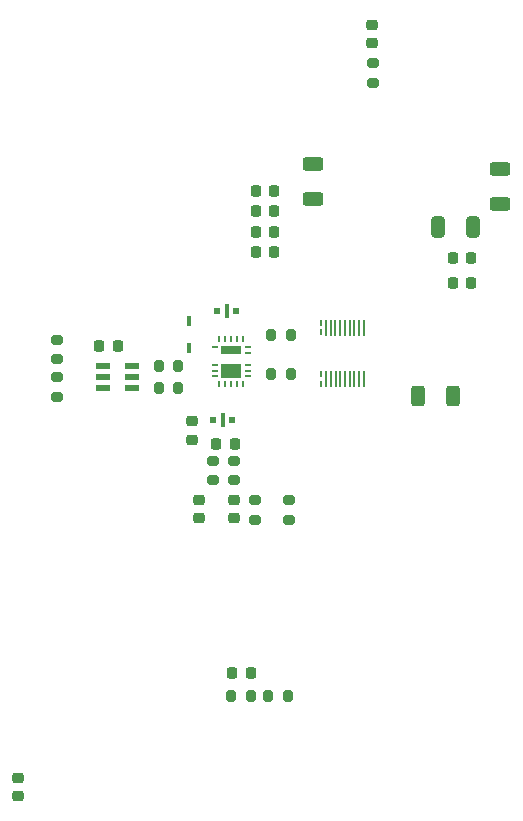
<source format=gbr>
%TF.GenerationSoftware,KiCad,Pcbnew,8.0.9-8.0.9-0~ubuntu22.04.1*%
%TF.CreationDate,2025-04-21T10:33:26+05:30*%
%TF.ProjectId,Variable Buck Converter,56617269-6162-46c6-9520-4275636b2043,rev?*%
%TF.SameCoordinates,Original*%
%TF.FileFunction,Paste,Top*%
%TF.FilePolarity,Positive*%
%FSLAX46Y46*%
G04 Gerber Fmt 4.6, Leading zero omitted, Abs format (unit mm)*
G04 Created by KiCad (PCBNEW 8.0.9-8.0.9-0~ubuntu22.04.1) date 2025-04-21 10:33:26*
%MOMM*%
%LPD*%
G01*
G04 APERTURE LIST*
G04 Aperture macros list*
%AMRoundRect*
0 Rectangle with rounded corners*
0 $1 Rounding radius*
0 $2 $3 $4 $5 $6 $7 $8 $9 X,Y pos of 4 corners*
0 Add a 4 corners polygon primitive as box body*
4,1,4,$2,$3,$4,$5,$6,$7,$8,$9,$2,$3,0*
0 Add four circle primitives for the rounded corners*
1,1,$1+$1,$2,$3*
1,1,$1+$1,$4,$5*
1,1,$1+$1,$6,$7*
1,1,$1+$1,$8,$9*
0 Add four rect primitives between the rounded corners*
20,1,$1+$1,$2,$3,$4,$5,0*
20,1,$1+$1,$4,$5,$6,$7,0*
20,1,$1+$1,$6,$7,$8,$9,0*
20,1,$1+$1,$8,$9,$2,$3,0*%
G04 Aperture macros list end*
%ADD10RoundRect,0.250000X-0.312500X-0.625000X0.312500X-0.625000X0.312500X0.625000X-0.312500X0.625000X0*%
%ADD11RoundRect,0.200000X0.275000X-0.200000X0.275000X0.200000X-0.275000X0.200000X-0.275000X-0.200000X0*%
%ADD12RoundRect,0.218750X-0.256250X0.218750X-0.256250X-0.218750X0.256250X-0.218750X0.256250X0.218750X0*%
%ADD13RoundRect,0.200000X-0.200000X-0.275000X0.200000X-0.275000X0.200000X0.275000X-0.200000X0.275000X0*%
%ADD14RoundRect,0.200000X-0.275000X0.200000X-0.275000X-0.200000X0.275000X-0.200000X0.275000X0.200000X0*%
%ADD15RoundRect,0.218750X0.256250X-0.218750X0.256250X0.218750X-0.256250X0.218750X-0.256250X-0.218750X0*%
%ADD16RoundRect,0.225000X0.225000X0.250000X-0.225000X0.250000X-0.225000X-0.250000X0.225000X-0.250000X0*%
%ADD17R,0.600000X0.600000*%
%ADD18R,0.400000X1.200000*%
%ADD19O,0.180000X0.560000*%
%ADD20O,0.180000X1.362000*%
%ADD21RoundRect,0.200000X0.200000X0.275000X-0.200000X0.275000X-0.200000X-0.275000X0.200000X-0.275000X0*%
%ADD22RoundRect,0.225000X-0.250000X0.225000X-0.250000X-0.225000X0.250000X-0.225000X0.250000X0.225000X0*%
%ADD23RoundRect,0.250000X0.325000X0.650000X-0.325000X0.650000X-0.325000X-0.650000X0.325000X-0.650000X0*%
%ADD24RoundRect,0.225000X0.250000X-0.225000X0.250000X0.225000X-0.250000X0.225000X-0.250000X-0.225000X0*%
%ADD25R,0.250000X0.600000*%
%ADD26R,0.600000X0.250000*%
%ADD27R,1.700000X1.200000*%
%ADD28R,1.700000X0.750000*%
%ADD29R,1.200000X0.600000*%
%ADD30RoundRect,0.250000X0.625000X-0.312500X0.625000X0.312500X-0.625000X0.312500X-0.625000X-0.312500X0*%
%ADD31R,0.460000X0.840000*%
G04 APERTURE END LIST*
D10*
%TO.C,R16*%
X120237500Y-97940000D03*
X123162500Y-97940000D03*
%TD*%
D11*
%TO.C,R15*%
X116370000Y-71435000D03*
X116370000Y-69785000D03*
%TD*%
D12*
%TO.C,D4*%
X116360000Y-66492500D03*
X116360000Y-68067500D03*
%TD*%
D13*
%TO.C,R5*%
X98265000Y-95360000D03*
X99915000Y-95360000D03*
%TD*%
D14*
%TO.C,R10*%
X106400000Y-106760000D03*
X106400000Y-108410000D03*
%TD*%
%TO.C,R7*%
X104680000Y-103407500D03*
X104680000Y-105057500D03*
%TD*%
D15*
%TO.C,D2*%
X104680000Y-108290000D03*
X104680000Y-106715000D03*
%TD*%
D16*
%TO.C,C12*%
X108015000Y-80576668D03*
X106465000Y-80576668D03*
%TD*%
D17*
%TO.C,C4*%
X103210000Y-90730000D03*
D18*
X104010000Y-90730000D03*
D17*
X104810000Y-90730000D03*
%TD*%
D16*
%TO.C,C13*%
X108015000Y-82303334D03*
X106465000Y-82303334D03*
%TD*%
%TO.C,C2*%
X106045000Y-121400000D03*
X104495000Y-121400000D03*
%TD*%
D19*
%TO.C,Q2*%
X112040000Y-96079000D03*
X112040000Y-96881000D03*
D20*
X112440000Y-96480000D03*
X112840000Y-96480000D03*
X113240000Y-96480000D03*
X113640000Y-96480000D03*
X114040000Y-96480000D03*
X114440000Y-96480000D03*
X114840000Y-96480000D03*
X115240000Y-96480000D03*
X115640000Y-96480000D03*
%TD*%
D21*
%TO.C,R12*%
X109440000Y-96080000D03*
X107790000Y-96080000D03*
%TD*%
D16*
%TO.C,C9*%
X108015000Y-85756668D03*
X106465000Y-85756668D03*
%TD*%
D22*
%TO.C,C5*%
X101100000Y-100075000D03*
X101100000Y-101625000D03*
%TD*%
D23*
%TO.C,C14*%
X124855000Y-83640000D03*
X121905000Y-83640000D03*
%TD*%
D16*
%TO.C,C6*%
X104695000Y-101970000D03*
X103145000Y-101970000D03*
%TD*%
D24*
%TO.C,C1*%
X86360000Y-131815000D03*
X86360000Y-130265000D03*
%TD*%
D25*
%TO.C,IC2*%
X103410000Y-96930000D03*
X103910000Y-96930000D03*
X104410000Y-96930000D03*
X104910000Y-96930000D03*
X105410000Y-96930000D03*
D26*
X105810000Y-96280000D03*
X105810000Y-95780000D03*
X105810000Y-95280000D03*
X105810000Y-94280000D03*
X105810000Y-93780000D03*
D25*
X105410000Y-93130000D03*
X104910000Y-93130000D03*
X104410000Y-93130000D03*
X103910000Y-93130000D03*
X103410000Y-93130000D03*
D26*
X103010000Y-93780000D03*
X103010000Y-95280000D03*
X103010000Y-95780000D03*
X103010000Y-96280000D03*
D27*
X104410000Y-95780000D03*
D28*
X104410000Y-94055000D03*
%TD*%
D19*
%TO.C,Q1*%
X112030000Y-91750000D03*
X112030000Y-92552000D03*
D20*
X112430000Y-92151000D03*
X112830000Y-92151000D03*
X113230000Y-92151000D03*
X113630000Y-92151000D03*
X114030000Y-92151000D03*
X114430000Y-92151000D03*
X114830000Y-92151000D03*
X115230000Y-92151000D03*
X115630000Y-92151000D03*
%TD*%
D29*
%TO.C,IC1*%
X93530000Y-95360000D03*
X93530000Y-96310000D03*
X93530000Y-97260000D03*
X96030000Y-97260000D03*
X96030000Y-96310000D03*
X96030000Y-95360000D03*
%TD*%
D14*
%TO.C,R8*%
X102870000Y-103410000D03*
X102870000Y-105060000D03*
%TD*%
D16*
%TO.C,C11*%
X124695000Y-88370000D03*
X123145000Y-88370000D03*
%TD*%
D21*
%TO.C,R2*%
X106070000Y-123310000D03*
X104420000Y-123310000D03*
%TD*%
D30*
%TO.C,R14*%
X127190000Y-81662500D03*
X127190000Y-78737500D03*
%TD*%
D16*
%TO.C,C10*%
X108015000Y-84030000D03*
X106465000Y-84030000D03*
%TD*%
D11*
%TO.C,R4*%
X89630000Y-97985000D03*
X89630000Y-96335000D03*
%TD*%
D14*
%TO.C,R9*%
X109290000Y-106755000D03*
X109290000Y-108405000D03*
%TD*%
D16*
%TO.C,C3*%
X94795000Y-93680000D03*
X93245000Y-93680000D03*
%TD*%
D17*
%TO.C,C7*%
X104470000Y-99940000D03*
D18*
X103670000Y-99940000D03*
D17*
X102870000Y-99940000D03*
%TD*%
D30*
%TO.C,R13*%
X111360000Y-81255000D03*
X111360000Y-78330000D03*
%TD*%
D21*
%TO.C,R1*%
X109190000Y-123300000D03*
X107540000Y-123300000D03*
%TD*%
D14*
%TO.C,R3*%
X89630000Y-93165000D03*
X89630000Y-94815000D03*
%TD*%
D21*
%TO.C,R11*%
X109430000Y-92780000D03*
X107780000Y-92780000D03*
%TD*%
D31*
%TO.C,D1*%
X100800000Y-91610000D03*
X100800000Y-93910000D03*
%TD*%
D21*
%TO.C,R6*%
X99915000Y-97270000D03*
X98265000Y-97270000D03*
%TD*%
D16*
%TO.C,C8*%
X124695000Y-86230000D03*
X123145000Y-86230000D03*
%TD*%
D15*
%TO.C,D3*%
X101650000Y-108287500D03*
X101650000Y-106712500D03*
%TD*%
M02*

</source>
